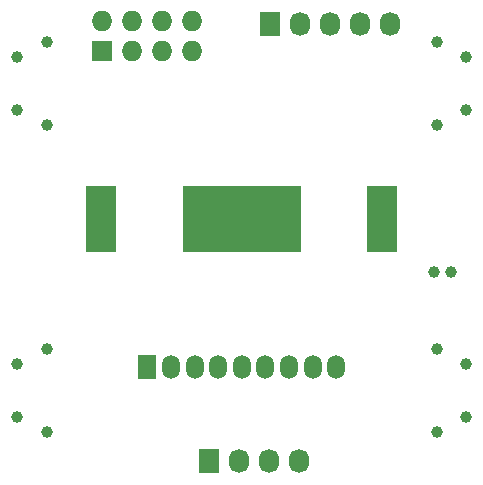
<source format=gbs>
G04 #@! TF.FileFunction,Soldermask,Bot*
%FSLAX46Y46*%
G04 Gerber Fmt 4.6, Leading zero omitted, Abs format (unit mm)*
G04 Created by KiCad (PCBNEW (2014-11-17 BZR 5289)-product) date Thu 22 Jan 2015 10:16:19 AM EST*
%MOMM*%
G01*
G04 APERTURE LIST*
%ADD10C,0.100000*%
%ADD11R,1.727200X2.032000*%
%ADD12O,1.727200X2.032000*%
%ADD13R,1.727200X1.727200*%
%ADD14O,1.727200X1.727200*%
%ADD15C,1.000000*%
%ADD16C,1.000760*%
%ADD17R,1.500000X2.032000*%
%ADD18O,1.500000X2.032000*%
%ADD19R,10.000000X5.560000*%
%ADD20R,2.600000X5.560000*%
G04 APERTURE END LIST*
D10*
D11*
X220420000Y-114000000D03*
D12*
X222960000Y-114000000D03*
X225500000Y-114000000D03*
X228040000Y-114000000D03*
X230580000Y-114000000D03*
D13*
X206190000Y-116270000D03*
D14*
X206190000Y-113730000D03*
X208730000Y-116270000D03*
X208730000Y-113730000D03*
X211270000Y-116270000D03*
X211270000Y-113730000D03*
X213810000Y-116270000D03*
X213810000Y-113730000D03*
D11*
X215190000Y-151000000D03*
D12*
X217730000Y-151000000D03*
X220270000Y-151000000D03*
X222810000Y-151000000D03*
D15*
X199000000Y-147250000D03*
X199000000Y-142750000D03*
X201500000Y-148500000D03*
X201500000Y-141500000D03*
X199000000Y-121250000D03*
X199000000Y-116750000D03*
X201500000Y-122500000D03*
X201500000Y-115500000D03*
X237000000Y-116750000D03*
X237000000Y-121250000D03*
X234500000Y-115500000D03*
X234500000Y-122500000D03*
X237000000Y-142750000D03*
X237000000Y-147250000D03*
X234500000Y-141500000D03*
X234500000Y-148500000D03*
D16*
X234250700Y-135000000D03*
X235749300Y-135000000D03*
D17*
X210000000Y-143000000D03*
D18*
X212000000Y-143000000D03*
X214000000Y-143000000D03*
X216000000Y-143000000D03*
X218000000Y-143000000D03*
X220000000Y-143000000D03*
X222000000Y-143000000D03*
X224000000Y-143000000D03*
X226000000Y-143000000D03*
D19*
X218000000Y-130500000D03*
D20*
X229900000Y-130500000D03*
X206100000Y-130500000D03*
M02*

</source>
